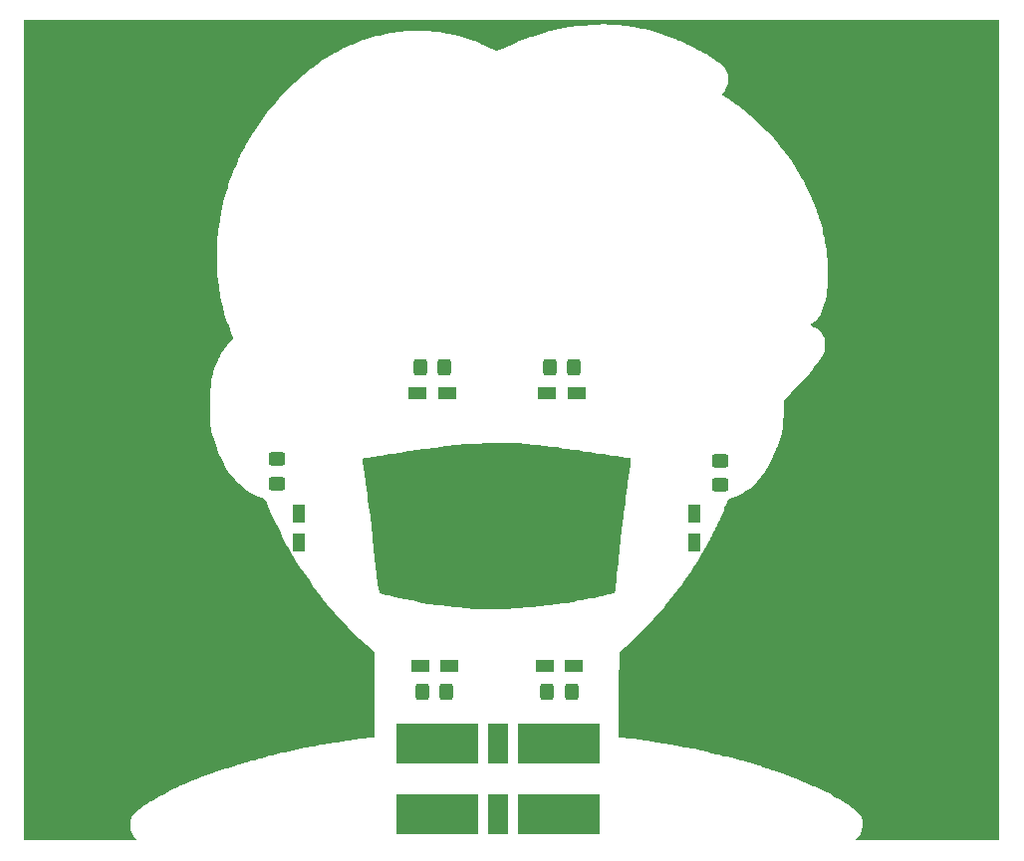
<source format=gbs>
G04 #@! TF.GenerationSoftware,KiCad,Pcbnew,6.0.10-86aedd382b~118~ubuntu22.04.1*
G04 #@! TF.CreationDate,2023-01-25T08:31:52-08:00*
G04 #@! TF.ProjectId,covid-dude,636f7669-642d-4647-9564-652e6b696361,rev?*
G04 #@! TF.SameCoordinates,Original*
G04 #@! TF.FileFunction,Soldermask,Bot*
G04 #@! TF.FilePolarity,Negative*
%FSLAX46Y46*%
G04 Gerber Fmt 4.6, Leading zero omitted, Abs format (unit mm)*
G04 Created by KiCad (PCBNEW 6.0.10-86aedd382b~118~ubuntu22.04.1) date 2023-01-25 08:31:52*
%MOMM*%
%LPD*%
G01*
G04 APERTURE LIST*
G04 Aperture macros list*
%AMRoundRect*
0 Rectangle with rounded corners*
0 $1 Rounding radius*
0 $2 $3 $4 $5 $6 $7 $8 $9 X,Y pos of 4 corners*
0 Add a 4 corners polygon primitive as box body*
4,1,4,$2,$3,$4,$5,$6,$7,$8,$9,$2,$3,0*
0 Add four circle primitives for the rounded corners*
1,1,$1+$1,$2,$3*
1,1,$1+$1,$4,$5*
1,1,$1+$1,$6,$7*
1,1,$1+$1,$8,$9*
0 Add four rect primitives between the rounded corners*
20,1,$1+$1,$2,$3,$4,$5,0*
20,1,$1+$1,$4,$5,$6,$7,0*
20,1,$1+$1,$6,$7,$8,$9,0*
20,1,$1+$1,$8,$9,$2,$3,0*%
G04 Aperture macros list end*
%ADD10R,1.000000X1.500000*%
%ADD11R,1.500000X1.000000*%
%ADD12RoundRect,0.250000X-0.450000X0.325000X-0.450000X-0.325000X0.450000X-0.325000X0.450000X0.325000X0*%
%ADD13R,6.908800X3.454400*%
%ADD14R,1.727200X3.454400*%
%ADD15RoundRect,0.250000X-0.325000X-0.450000X0.325000X-0.450000X0.325000X0.450000X-0.325000X0.450000X0*%
%ADD16RoundRect,0.250000X0.325000X0.450000X-0.325000X0.450000X-0.325000X-0.450000X0.325000X-0.450000X0*%
G04 APERTURE END LIST*
G04 #@! TO.C,G\u002A\u002A\u002A*
G36*
X141409354Y-134882667D02*
G01*
X129113390Y-134882667D01*
X129374618Y-134632923D01*
X129439850Y-134567880D01*
X129616081Y-134340353D01*
X129724159Y-134086456D01*
X129804565Y-133667930D01*
X129789679Y-133256500D01*
X129675466Y-132883105D01*
X129463843Y-132559001D01*
X129434130Y-132526203D01*
X129227066Y-132328415D01*
X128959784Y-132108039D01*
X128660555Y-131885327D01*
X128357652Y-131680533D01*
X128079345Y-131513908D01*
X127853905Y-131405705D01*
X127848182Y-131403501D01*
X127664337Y-131318525D01*
X127437876Y-131195034D01*
X127216470Y-131058957D01*
X126972878Y-130908200D01*
X126544660Y-130675375D01*
X126098660Y-130464931D01*
X125686664Y-130302474D01*
X125569324Y-130259065D01*
X125351214Y-130165878D01*
X125177532Y-130077049D01*
X125092832Y-130029684D01*
X124826747Y-129899552D01*
X124481590Y-129748483D01*
X124077902Y-129584437D01*
X123636224Y-129415373D01*
X123177094Y-129249249D01*
X122721053Y-129094025D01*
X122288642Y-128957658D01*
X122119172Y-128905710D01*
X121713563Y-128773033D01*
X121350538Y-128642770D01*
X121063834Y-128526789D01*
X121056082Y-128523400D01*
X120907521Y-128470033D01*
X120795020Y-128448000D01*
X120763234Y-128443791D01*
X120631907Y-128410428D01*
X120437580Y-128351022D01*
X120209582Y-128274276D01*
X120128909Y-128246589D01*
X119865112Y-128163250D01*
X119617885Y-128094472D01*
X119431849Y-128052956D01*
X119394849Y-128046282D01*
X119186099Y-128000370D01*
X118928097Y-127934704D01*
X118668152Y-127861167D01*
X118579649Y-127835175D01*
X118357255Y-127774639D01*
X118177969Y-127732424D01*
X118074165Y-127716417D01*
X118071143Y-127716364D01*
X117958098Y-127699021D01*
X117776801Y-127656673D01*
X117565034Y-127598098D01*
X117372413Y-127541125D01*
X117027158Y-127441421D01*
X116762987Y-127369443D01*
X116561763Y-127320360D01*
X116405346Y-127289342D01*
X116279263Y-127266365D01*
X116066306Y-127224444D01*
X115839644Y-127177375D01*
X115793046Y-127167424D01*
X115439104Y-127092976D01*
X115166059Y-127038440D01*
X114947536Y-126999023D01*
X114757160Y-126969933D01*
X114568559Y-126946375D01*
X114423219Y-126925438D01*
X114207665Y-126880669D01*
X114047102Y-126831284D01*
X114026336Y-126823169D01*
X113834482Y-126774532D01*
X113631506Y-126754667D01*
X113591216Y-126753867D01*
X113417843Y-126734692D01*
X113293495Y-126697960D01*
X113202624Y-126670616D01*
X113023139Y-126635432D01*
X112783057Y-126597838D01*
X112508844Y-126562407D01*
X112242283Y-126528622D01*
X112009769Y-126493814D01*
X111839997Y-126462521D01*
X111757862Y-126438839D01*
X111751849Y-126435659D01*
X111650552Y-126408289D01*
X111474996Y-126379229D01*
X111259261Y-126354261D01*
X111022185Y-126329341D01*
X110710786Y-126291160D01*
X110437194Y-126252385D01*
X110411633Y-126248467D01*
X110146593Y-126213826D01*
X109837551Y-126181137D01*
X109546214Y-126157004D01*
X109051225Y-126123644D01*
X109051355Y-123800378D01*
X109052323Y-123249814D01*
X109055139Y-122659720D01*
X109059569Y-122069608D01*
X109065382Y-121502058D01*
X109072345Y-120979652D01*
X109080226Y-120524971D01*
X109088794Y-120160597D01*
X109126102Y-118844083D01*
X109605131Y-118439041D01*
X109726956Y-118334200D01*
X109982793Y-118105063D01*
X110230573Y-117873182D01*
X110430388Y-117675485D01*
X110453219Y-117651846D01*
X110661453Y-117436394D01*
X110877999Y-117212555D01*
X111059466Y-117025185D01*
X111166170Y-116915001D01*
X111601242Y-116462841D01*
X111966366Y-116077783D01*
X112270466Y-115750110D01*
X112522465Y-115470105D01*
X112731285Y-115228048D01*
X112905848Y-115014222D01*
X113004330Y-114890276D01*
X113203988Y-114642055D01*
X113395483Y-114407378D01*
X113548130Y-114224000D01*
X113705509Y-114032823D01*
X113900764Y-113786166D01*
X114075867Y-113556279D01*
X114231536Y-113346196D01*
X114417131Y-113095825D01*
X114577967Y-112878946D01*
X114725659Y-112674570D01*
X114942365Y-112363431D01*
X115179461Y-112013909D01*
X115415675Y-111657783D01*
X115629733Y-111326831D01*
X115800363Y-111052833D01*
X115921828Y-110851899D01*
X116087875Y-110577746D01*
X116238631Y-110329334D01*
X116244314Y-110319939D01*
X116358433Y-110120233D01*
X116501893Y-109854082D01*
X116656919Y-109555098D01*
X116805741Y-109256889D01*
X116839327Y-109188103D01*
X116967740Y-108926512D01*
X117080219Y-108699469D01*
X117165645Y-108529329D01*
X117212897Y-108438445D01*
X117278673Y-108315226D01*
X117385884Y-108103967D01*
X117509729Y-107852674D01*
X117636657Y-107589495D01*
X117753118Y-107342580D01*
X117845563Y-107140078D01*
X117900441Y-107010138D01*
X117909239Y-106986632D01*
X117972476Y-106817041D01*
X118056130Y-106592036D01*
X118144548Y-106353706D01*
X118225907Y-106146290D01*
X118305097Y-105987086D01*
X118383026Y-105891382D01*
X118475184Y-105834871D01*
X118531886Y-105810486D01*
X118698409Y-105739070D01*
X118918994Y-105644611D01*
X119161377Y-105540930D01*
X119535613Y-105367495D01*
X119879891Y-105173366D01*
X120196129Y-104950434D01*
X120500520Y-104684506D01*
X120809254Y-104361384D01*
X121138525Y-103966875D01*
X121504526Y-103486783D01*
X121591566Y-103359178D01*
X121755469Y-103084239D01*
X121935694Y-102749493D01*
X122118211Y-102383462D01*
X122288995Y-102014670D01*
X122434016Y-101671638D01*
X122539247Y-101382889D01*
X122562027Y-101311851D01*
X122631702Y-101095471D01*
X122716674Y-100832388D01*
X122803437Y-100564445D01*
X122889189Y-100255222D01*
X122972066Y-99815534D01*
X123030371Y-99301599D01*
X123065418Y-98701169D01*
X123078522Y-98001992D01*
X123080624Y-97386873D01*
X123660468Y-96816659D01*
X123952147Y-96526052D01*
X124261437Y-96210543D01*
X124561931Y-95897235D01*
X124841702Y-95599006D01*
X125088824Y-95328734D01*
X125291367Y-95099295D01*
X125437405Y-94923567D01*
X125515011Y-94814427D01*
X125515882Y-94812849D01*
X125614609Y-94653754D01*
X125729878Y-94492158D01*
X125850500Y-94333793D01*
X126032503Y-94084640D01*
X126206661Y-93835800D01*
X126357777Y-93609632D01*
X126470657Y-93428494D01*
X126530104Y-93314745D01*
X126532987Y-93306640D01*
X126560715Y-93167686D01*
X126580215Y-92961333D01*
X126587421Y-92729103D01*
X126586834Y-92656031D01*
X126571037Y-92401697D01*
X126526198Y-92195182D01*
X126442252Y-91984889D01*
X126395601Y-91888018D01*
X126270576Y-91672536D01*
X126126490Y-91506999D01*
X125934120Y-91362272D01*
X125664244Y-91209219D01*
X125277149Y-91006259D01*
X125492023Y-90901975D01*
X125699343Y-90777051D01*
X125988717Y-90498086D01*
X126221644Y-90127284D01*
X126393716Y-89670667D01*
X126410728Y-89611057D01*
X126470346Y-89410519D01*
X126521961Y-89247334D01*
X126567472Y-89111893D01*
X126628834Y-88926798D01*
X126677368Y-88767296D01*
X126714582Y-88617999D01*
X126741984Y-88463522D01*
X126761083Y-88288478D01*
X126773388Y-88077480D01*
X126780407Y-87815143D01*
X126783649Y-87486078D01*
X126784623Y-87074900D01*
X126784837Y-86566222D01*
X126784859Y-86296710D01*
X126783767Y-85820000D01*
X126780659Y-85436568D01*
X126774951Y-85133226D01*
X126766059Y-84896782D01*
X126753399Y-84714047D01*
X126736387Y-84571832D01*
X126714440Y-84456947D01*
X126686971Y-84356202D01*
X126648513Y-84218511D01*
X126604935Y-84015011D01*
X126587974Y-83863455D01*
X126587510Y-83843554D01*
X126561465Y-83664423D01*
X126507774Y-83477031D01*
X126486616Y-83414681D01*
X126431938Y-83201256D01*
X126394347Y-82982000D01*
X126360182Y-82796200D01*
X126295559Y-82548116D01*
X126216458Y-82304667D01*
X126136706Y-82079040D01*
X126066170Y-81865850D01*
X126020391Y-81712000D01*
X125992608Y-81616365D01*
X125925449Y-81414480D01*
X125847859Y-81204000D01*
X125802624Y-81087049D01*
X125707024Y-80835395D01*
X125623804Y-80611334D01*
X125570364Y-80479707D01*
X125459993Y-80236512D01*
X125312698Y-79929791D01*
X125138703Y-79579367D01*
X124948233Y-79205066D01*
X124751511Y-78826713D01*
X124558760Y-78464132D01*
X124380205Y-78137148D01*
X124226069Y-77865587D01*
X124106576Y-77669272D01*
X124032826Y-77556186D01*
X123758008Y-77145433D01*
X123490815Y-76766379D01*
X123203491Y-76380472D01*
X122868285Y-75949161D01*
X122750849Y-75799748D01*
X122569313Y-75567255D01*
X122410138Y-75361855D01*
X122224454Y-75138924D01*
X121969511Y-74859795D01*
X121663542Y-74542607D01*
X121322485Y-74202516D01*
X120962278Y-73854678D01*
X120598861Y-73514249D01*
X120248171Y-73196386D01*
X119926147Y-72916245D01*
X119648727Y-72688980D01*
X119431849Y-72529750D01*
X119372960Y-72490431D01*
X119200686Y-72372860D01*
X119064143Y-72276378D01*
X118927280Y-72180658D01*
X118693875Y-72023382D01*
X118366862Y-71806640D01*
X117947152Y-71531040D01*
X117763568Y-71410889D01*
X117906725Y-71305949D01*
X118077681Y-71120224D01*
X118221069Y-70834053D01*
X118326724Y-70462896D01*
X118366370Y-70114312D01*
X118321102Y-69750399D01*
X118176460Y-69378889D01*
X118014921Y-69101283D01*
X117832879Y-68889706D01*
X117621604Y-68744469D01*
X117593631Y-68729134D01*
X117449732Y-68638898D01*
X117259336Y-68508812D01*
X117055902Y-68361527D01*
X117042494Y-68351581D01*
X116787405Y-68177004D01*
X116500260Y-68001013D01*
X116240692Y-67860275D01*
X116234933Y-67857445D01*
X115980691Y-67727375D01*
X115716224Y-67584183D01*
X115497880Y-67458358D01*
X115331638Y-67361238D01*
X115197059Y-67289592D01*
X115128794Y-67262222D01*
X115123237Y-67261442D01*
X115039903Y-67229273D01*
X114889675Y-67159351D01*
X114700701Y-67064667D01*
X114670330Y-67049101D01*
X114479835Y-66956772D01*
X114327680Y-66891569D01*
X114244463Y-66866764D01*
X114240379Y-66866620D01*
X114138362Y-66837901D01*
X114001114Y-66774510D01*
X113998941Y-66773340D01*
X113855646Y-66707654D01*
X113629625Y-66616990D01*
X113345405Y-66510331D01*
X113027519Y-66396658D01*
X112700496Y-66284952D01*
X112388865Y-66184196D01*
X112212011Y-66128732D01*
X111930466Y-66039691D01*
X111681738Y-65960272D01*
X111520085Y-65913335D01*
X111322060Y-65868443D01*
X111181313Y-65851100D01*
X111111756Y-65846500D01*
X110929272Y-65817043D01*
X110728751Y-65769348D01*
X110652915Y-65750351D01*
X110427312Y-65705670D01*
X110152400Y-65661834D01*
X109871493Y-65626084D01*
X109760929Y-65613922D01*
X109451429Y-65578730D01*
X109150373Y-65543117D01*
X108909800Y-65513191D01*
X108751139Y-65495749D01*
X108315822Y-65469981D01*
X107809257Y-65464202D01*
X107251918Y-65476756D01*
X106664280Y-65505987D01*
X106066819Y-65550238D01*
X105480008Y-65607853D01*
X104924324Y-65677175D01*
X104420240Y-65756548D01*
X103988233Y-65844315D01*
X103648775Y-65938820D01*
X103561710Y-65964927D01*
X103338726Y-66016182D01*
X103111359Y-66053173D01*
X102912702Y-66090429D01*
X102652927Y-66160566D01*
X102404232Y-66245954D01*
X102182037Y-66328254D01*
X101893692Y-66425583D01*
X101640535Y-66501968D01*
X101473589Y-66551672D01*
X101166412Y-66656699D01*
X100845645Y-66779210D01*
X100552154Y-66903305D01*
X100326808Y-67013083D01*
X100302701Y-67025658D01*
X100167449Y-67090341D01*
X99959405Y-67185373D01*
X99702188Y-67300065D01*
X99419418Y-67423727D01*
X98666066Y-67749986D01*
X97897735Y-67379104D01*
X97753393Y-67309496D01*
X97448416Y-67163341D01*
X97214406Y-67053411D01*
X97029424Y-66969982D01*
X96871526Y-66903329D01*
X96718772Y-66843729D01*
X96549221Y-66781457D01*
X96265424Y-66681420D01*
X95966140Y-66584638D01*
X95713257Y-66515789D01*
X95474388Y-66465348D01*
X95371779Y-66445384D01*
X95112665Y-66388192D01*
X94880401Y-66329265D01*
X94877210Y-66328378D01*
X94708208Y-66288533D01*
X94460869Y-66238884D01*
X94167933Y-66185672D01*
X93862138Y-66135139D01*
X93787397Y-66124054D01*
X93386329Y-66079208D01*
X92919210Y-66046047D01*
X92411530Y-66024784D01*
X91888776Y-66015630D01*
X91376438Y-66018797D01*
X90900002Y-66034498D01*
X90484958Y-66062943D01*
X90156793Y-66104345D01*
X89893648Y-66150810D01*
X89554702Y-66214443D01*
X89307556Y-66266996D01*
X89139725Y-66311211D01*
X89038724Y-66349830D01*
X88976812Y-66371816D01*
X88818541Y-66406959D01*
X88624466Y-66435464D01*
X88409377Y-66472649D01*
X88144443Y-66537128D01*
X87889054Y-66614650D01*
X87873988Y-66619805D01*
X87637713Y-66698087D01*
X87415507Y-66767643D01*
X87253648Y-66813957D01*
X87136185Y-66851089D01*
X86927794Y-66933038D01*
X86716232Y-67030248D01*
X86561543Y-67104742D01*
X86379646Y-67185305D01*
X86253452Y-67233007D01*
X86132338Y-67278082D01*
X85934365Y-67364924D01*
X85688642Y-67480454D01*
X85416648Y-67613779D01*
X85139862Y-67754001D01*
X84879762Y-67890225D01*
X84657826Y-68011556D01*
X84495533Y-68107097D01*
X84414361Y-68165953D01*
X84329999Y-68239729D01*
X84242125Y-68278222D01*
X84169152Y-68306704D01*
X84033922Y-68387119D01*
X83869044Y-68501257D01*
X83746266Y-68592105D01*
X83398618Y-68852992D01*
X83057280Y-69113959D01*
X82743588Y-69358438D01*
X82478878Y-69569863D01*
X82284486Y-69731667D01*
X82144815Y-69847200D01*
X82023394Y-69937121D01*
X81958779Y-69971556D01*
X81930614Y-69988572D01*
X81831719Y-70072413D01*
X81677800Y-70213707D01*
X81483248Y-70398355D01*
X81262454Y-70612262D01*
X81029810Y-70841329D01*
X80799706Y-71071460D01*
X80586534Y-71288557D01*
X80404685Y-71478523D01*
X80268549Y-71627260D01*
X80156690Y-71761180D01*
X80027376Y-71932832D01*
X79943442Y-72064705D01*
X79937945Y-72075137D01*
X79867246Y-72184386D01*
X79813153Y-72229333D01*
X79766027Y-72264364D01*
X79661885Y-72372085D01*
X79517598Y-72535113D01*
X79348405Y-72735729D01*
X79169548Y-72956220D01*
X78996268Y-73178869D01*
X78930780Y-73268546D01*
X78798459Y-73457769D01*
X78634879Y-73697270D01*
X78457548Y-73960959D01*
X78283975Y-74222749D01*
X78131670Y-74456550D01*
X78018140Y-74636277D01*
X78007811Y-74652987D01*
X77915354Y-74797969D01*
X77788012Y-74992986D01*
X77650117Y-75200721D01*
X77627451Y-75235551D01*
X77525866Y-75405412D01*
X77398880Y-75632575D01*
X77256465Y-75897504D01*
X77108597Y-76180663D01*
X76965248Y-76462514D01*
X76836393Y-76723522D01*
X76732005Y-76944150D01*
X76662058Y-77104861D01*
X76636526Y-77186120D01*
X76629584Y-77210523D01*
X76583264Y-77320529D01*
X76503025Y-77493369D01*
X76400140Y-77704332D01*
X76360233Y-77786417D01*
X76246612Y-78040444D01*
X76151785Y-78280510D01*
X76093050Y-78463831D01*
X76092011Y-78468000D01*
X76036113Y-78669494D01*
X75958527Y-78922040D01*
X75875716Y-79172000D01*
X75808960Y-79365087D01*
X75676571Y-79752066D01*
X75573881Y-80061404D01*
X75495040Y-80313216D01*
X75434198Y-80527620D01*
X75385502Y-80724733D01*
X75343104Y-80924673D01*
X75301151Y-81147556D01*
X75278327Y-81278367D01*
X75228317Y-81587801D01*
X75177089Y-81928754D01*
X75132754Y-82248222D01*
X75107404Y-82435446D01*
X75065052Y-82728319D01*
X75024266Y-82989797D01*
X74991176Y-83179556D01*
X74965650Y-83372344D01*
X74943517Y-83656609D01*
X74925148Y-84010875D01*
X74910907Y-84413715D01*
X74901156Y-84843702D01*
X74896257Y-85279409D01*
X74896573Y-85699408D01*
X74902467Y-86082273D01*
X74914300Y-86406576D01*
X74932437Y-86650889D01*
X74934116Y-86666354D01*
X74996297Y-87231235D01*
X75049040Y-87692956D01*
X75093537Y-88060523D01*
X75130981Y-88342938D01*
X75162563Y-88549204D01*
X75189475Y-88688326D01*
X75212909Y-88769307D01*
X75232487Y-88827493D01*
X75278277Y-88993207D01*
X75334101Y-89218889D01*
X75391966Y-89473111D01*
X75423555Y-89613813D01*
X75488984Y-89884739D01*
X75552202Y-90123777D01*
X75603055Y-90291556D01*
X75621999Y-90345469D01*
X75699693Y-90559315D01*
X75799013Y-90825615D01*
X75909838Y-91117973D01*
X76022045Y-91409989D01*
X76125514Y-91675267D01*
X76210125Y-91887407D01*
X76265755Y-92020013D01*
X76267967Y-92024943D01*
X76313252Y-92145305D01*
X76296245Y-92211924D01*
X76206075Y-92270409D01*
X76094555Y-92351841D01*
X75919889Y-92532394D01*
X75726194Y-92779505D01*
X75530223Y-93073275D01*
X75442180Y-93214749D01*
X75296632Y-93445711D01*
X75156160Y-93665942D01*
X75090444Y-93779926D01*
X74964268Y-94046393D01*
X74830804Y-94376630D01*
X74700897Y-94741263D01*
X74585393Y-95110919D01*
X74495137Y-95456222D01*
X74449365Y-95672836D01*
X74404371Y-95942115D01*
X74370341Y-96232980D01*
X74345996Y-96563674D01*
X74330056Y-96952438D01*
X74321240Y-97417515D01*
X74318270Y-97977146D01*
X74318785Y-98283136D01*
X74324575Y-98779135D01*
X74338197Y-99189232D01*
X74361476Y-99530948D01*
X74396237Y-99821806D01*
X74444304Y-100079326D01*
X74507500Y-100321032D01*
X74587651Y-100564445D01*
X74641352Y-100722284D01*
X74725336Y-100988390D01*
X74799141Y-101241778D01*
X74831392Y-101356600D01*
X74881483Y-101519481D01*
X74938637Y-101679866D01*
X75011480Y-101858487D01*
X75108637Y-102076079D01*
X75238735Y-102353376D01*
X75410397Y-102711112D01*
X75625624Y-103123973D01*
X75852621Y-103481551D01*
X76109754Y-103808746D01*
X76435298Y-104174735D01*
X76775045Y-104532080D01*
X77084612Y-104831855D01*
X77346678Y-105056585D01*
X77442929Y-105127512D01*
X77740047Y-105315282D01*
X78078982Y-105496897D01*
X78416767Y-105650387D01*
X78710429Y-105753786D01*
X78726869Y-105758344D01*
X78895871Y-105813161D01*
X79000975Y-105880714D01*
X79074768Y-105992663D01*
X79149840Y-106180667D01*
X79351264Y-106694471D01*
X79605412Y-107274614D01*
X79916928Y-107930445D01*
X80044500Y-108191876D01*
X80217679Y-108549224D01*
X80387266Y-108901435D01*
X80530057Y-109200445D01*
X80625622Y-109395494D01*
X80767728Y-109667763D01*
X80902939Y-109908992D01*
X81011611Y-110083174D01*
X81100167Y-110216991D01*
X81217349Y-110410236D01*
X81298140Y-110562951D01*
X81396884Y-110762408D01*
X81637146Y-111170154D01*
X81946154Y-111620590D01*
X82054195Y-111770421D01*
X82271231Y-112077780D01*
X82513899Y-112427513D01*
X82759584Y-112786929D01*
X82985670Y-113123334D01*
X83080546Y-113261604D01*
X83364583Y-113642513D01*
X83731621Y-114097743D01*
X83757590Y-114129301D01*
X83909071Y-114319141D01*
X84086650Y-114548403D01*
X84257121Y-114774334D01*
X84323990Y-114862907D01*
X84455185Y-115027313D01*
X84556010Y-115141062D01*
X84608763Y-115183556D01*
X84614092Y-115185395D01*
X84678342Y-115242954D01*
X84795346Y-115369151D01*
X84950418Y-115547649D01*
X85128872Y-115762111D01*
X85167377Y-115808957D01*
X85545638Y-116242700D01*
X85996472Y-116720168D01*
X86501524Y-117223023D01*
X87042440Y-117732931D01*
X87600866Y-118231556D01*
X88283845Y-118824222D01*
X88286912Y-122473933D01*
X88289978Y-126123644D01*
X87794989Y-126156418D01*
X87763519Y-126158575D01*
X87466857Y-126184163D01*
X87159781Y-126218096D01*
X86904009Y-126253640D01*
X86698480Y-126286009D01*
X86413492Y-126328449D01*
X86168597Y-126362469D01*
X86020825Y-126384472D01*
X85804431Y-126424903D01*
X85642813Y-126464647D01*
X85587704Y-126478443D01*
X85407540Y-126508925D01*
X85168587Y-126538020D01*
X84907401Y-126560941D01*
X84787066Y-126570738D01*
X84521691Y-126600946D01*
X84290161Y-126638072D01*
X84132072Y-126676230D01*
X84095350Y-126688039D01*
X83903813Y-126734570D01*
X83741053Y-126753845D01*
X83673299Y-126758334D01*
X83489373Y-126787617D01*
X83288491Y-126834998D01*
X83218794Y-126853606D01*
X82876858Y-126929611D01*
X82432304Y-127009164D01*
X81893416Y-127090747D01*
X81765837Y-127111774D01*
X81585376Y-127152046D01*
X81469140Y-127191463D01*
X81450274Y-127200310D01*
X81308635Y-127246671D01*
X81133853Y-127284491D01*
X80989217Y-127310184D01*
X80700874Y-127369363D01*
X80392138Y-127440009D01*
X80106964Y-127511869D01*
X79889310Y-127574696D01*
X79839941Y-127589738D01*
X79618552Y-127644283D01*
X79396472Y-127684292D01*
X79338204Y-127693875D01*
X79131807Y-127739789D01*
X78877055Y-127807699D01*
X78616027Y-127886692D01*
X78496056Y-127924356D01*
X78266044Y-127990313D01*
X78079196Y-128035882D01*
X77967419Y-128052889D01*
X77936801Y-128055530D01*
X77793724Y-128087237D01*
X77590939Y-128147260D01*
X77361896Y-128226034D01*
X77289770Y-128252239D01*
X77050210Y-128335207D01*
X76838326Y-128403034D01*
X76693096Y-128443072D01*
X76669608Y-128448703D01*
X76520171Y-128490742D01*
X76296577Y-128559024D01*
X76024947Y-128645436D01*
X75731403Y-128741860D01*
X75667056Y-128763253D01*
X75365939Y-128861295D01*
X75085002Y-128949706D01*
X74853201Y-129019511D01*
X74699488Y-129061734D01*
X74635982Y-129078741D01*
X74412584Y-129156282D01*
X74219298Y-129245506D01*
X74138196Y-129286423D01*
X73925116Y-129373258D01*
X73705263Y-129442802D01*
X73636729Y-129461375D01*
X73475086Y-129512053D01*
X73292938Y-129580202D01*
X73070143Y-129674136D01*
X72786561Y-129802173D01*
X72422049Y-129972628D01*
X72253269Y-130048712D01*
X72033386Y-130139239D01*
X71859802Y-130201475D01*
X71782930Y-130228014D01*
X71559303Y-130320782D01*
X71280478Y-130450139D01*
X70975173Y-130601616D01*
X70672102Y-130760745D01*
X70399982Y-130913056D01*
X70187528Y-131044081D01*
X70041856Y-131135934D01*
X69788158Y-131280262D01*
X69555500Y-131397022D01*
X69487347Y-131429421D01*
X69209453Y-131582566D01*
X68892389Y-131781594D01*
X68570613Y-132003084D01*
X68278583Y-132223615D01*
X68050756Y-132419769D01*
X67835419Y-132655989D01*
X67675282Y-132928063D01*
X67590639Y-133236941D01*
X67568417Y-133615013D01*
X67572242Y-133772061D01*
X67592819Y-133996231D01*
X67638582Y-134176882D01*
X67718510Y-134358488D01*
X67781145Y-134468871D01*
X67905149Y-134643047D01*
X68021440Y-134761625D01*
X68179288Y-134879090D01*
X63356682Y-134880879D01*
X58534076Y-134882667D01*
X58534076Y-65117334D01*
X141409354Y-65117334D01*
X141409354Y-134882667D01*
G37*
G36*
X99929127Y-101074454D02*
G01*
X100365971Y-101084616D01*
X100724572Y-101102548D01*
X100989978Y-101128760D01*
X101079428Y-101140777D01*
X101338928Y-101171560D01*
X101663309Y-101206291D01*
X102019880Y-101241544D01*
X102375947Y-101273896D01*
X102534175Y-101288093D01*
X102899259Y-101324400D01*
X103252796Y-101363876D01*
X103561030Y-101402634D01*
X103790201Y-101436784D01*
X103824442Y-101442649D01*
X104104614Y-101490698D01*
X104385293Y-101538916D01*
X104610468Y-101577684D01*
X104746916Y-101597883D01*
X105020967Y-101625564D01*
X105266177Y-101636562D01*
X105373792Y-101640540D01*
X105631913Y-101670781D01*
X105860163Y-101720945D01*
X105942826Y-101743500D01*
X106168523Y-101787978D01*
X106364143Y-101806222D01*
X106417862Y-101808255D01*
X106634698Y-101836049D01*
X106848899Y-101885727D01*
X106857153Y-101888181D01*
X107049397Y-101932215D01*
X107299667Y-101973394D01*
X107556026Y-102003097D01*
X107565801Y-102003961D01*
X107827402Y-102034697D01*
X108084816Y-102076919D01*
X108283653Y-102121758D01*
X108357616Y-102140582D01*
X108607912Y-102183993D01*
X108842792Y-102201334D01*
X108918674Y-102203035D01*
X109141269Y-102222146D01*
X109327513Y-102255658D01*
X109379125Y-102268440D01*
X109586772Y-102310492D01*
X109801669Y-102343916D01*
X110071266Y-102377850D01*
X110037195Y-102924592D01*
X110029362Y-103032582D01*
X110000333Y-103313811D01*
X109962897Y-103571995D01*
X109923166Y-103762243D01*
X109901860Y-103850062D01*
X109859888Y-104103347D01*
X109843208Y-104337124D01*
X109840781Y-104427095D01*
X109821300Y-104621798D01*
X109788684Y-104764185D01*
X109785376Y-104773867D01*
X109759384Y-104897193D01*
X109729380Y-105102971D01*
X109698819Y-105364945D01*
X109671159Y-105656859D01*
X109670209Y-105668085D01*
X109639397Y-105981303D01*
X109602318Y-106283769D01*
X109563555Y-106541520D01*
X109527687Y-106720592D01*
X109500115Y-106842548D01*
X109462121Y-107075879D01*
X109447216Y-107270115D01*
X109446777Y-107301559D01*
X109428449Y-107527050D01*
X109391522Y-107746190D01*
X109372009Y-107857956D01*
X109343848Y-108071201D01*
X109311938Y-108353336D01*
X109278895Y-108681070D01*
X109247331Y-109031111D01*
X109207977Y-109478922D01*
X109162697Y-109958539D01*
X109117581Y-110402545D01*
X109074331Y-110795549D01*
X109034647Y-111122164D01*
X109000232Y-111366999D01*
X108972786Y-111514667D01*
X108967810Y-111539517D01*
X108949465Y-111678342D01*
X108927253Y-111896801D01*
X108903535Y-112170294D01*
X108880672Y-112474222D01*
X108874727Y-112555742D01*
X108846700Y-112874363D01*
X108813796Y-113170066D01*
X108779635Y-113412914D01*
X108747836Y-113572968D01*
X108671977Y-113853270D01*
X108196902Y-113949987D01*
X108161429Y-113957279D01*
X107888903Y-114016990D01*
X107620880Y-114081026D01*
X107410691Y-114136720D01*
X107233659Y-114181794D01*
X106964006Y-114237980D01*
X106703564Y-114281147D01*
X106534082Y-114305315D01*
X106352848Y-114334412D01*
X106165280Y-114369338D01*
X105945471Y-114415280D01*
X105667513Y-114477422D01*
X105305500Y-114560948D01*
X105248580Y-114573702D01*
X104969818Y-114625482D01*
X104696348Y-114661836D01*
X104480081Y-114675556D01*
X104350578Y-114680385D01*
X104096917Y-114709314D01*
X103880793Y-114755675D01*
X103771624Y-114781454D01*
X103545269Y-114818286D01*
X103269250Y-114850821D01*
X102980822Y-114874155D01*
X102773847Y-114888673D01*
X102501228Y-114913483D01*
X102272161Y-114940633D01*
X102121381Y-114966395D01*
X102060343Y-114978594D01*
X101849696Y-115007972D01*
X101542531Y-115040260D01*
X101150200Y-115074507D01*
X100684053Y-115109762D01*
X100155444Y-115145075D01*
X99575724Y-115179497D01*
X99548691Y-115180955D01*
X99264730Y-115191705D01*
X98921085Y-115198307D01*
X98535037Y-115201051D01*
X98123869Y-115200231D01*
X97704861Y-115196135D01*
X97295297Y-115189057D01*
X96912457Y-115179287D01*
X96573623Y-115167117D01*
X96296078Y-115152838D01*
X96097103Y-115136741D01*
X95993979Y-115119118D01*
X95882332Y-115095753D01*
X95693039Y-115077613D01*
X95474388Y-115070667D01*
X95270836Y-115063675D01*
X95068930Y-115042890D01*
X94934108Y-115013136D01*
X94826946Y-114987603D01*
X94631025Y-114957355D01*
X94377868Y-114927371D01*
X94096016Y-114901453D01*
X93723304Y-114867114D01*
X92845500Y-114747533D01*
X92023608Y-114581096D01*
X91844367Y-114539712D01*
X91587100Y-114484884D01*
X91373052Y-114444060D01*
X90976297Y-114370359D01*
X90381719Y-114244017D01*
X89732517Y-114090265D01*
X89582058Y-114053210D01*
X89321419Y-113990139D01*
X89097866Y-113937370D01*
X88947712Y-113903542D01*
X88832804Y-113873454D01*
X88750221Y-113821116D01*
X88691705Y-113720074D01*
X88630889Y-113540080D01*
X88593655Y-113382277D01*
X88552398Y-113128152D01*
X88517133Y-112829892D01*
X88492831Y-112524080D01*
X88473840Y-112249961D01*
X88447821Y-111966181D01*
X88419563Y-111728839D01*
X88392556Y-111571111D01*
X88377951Y-111499678D01*
X88345389Y-111289601D01*
X88313510Y-111027109D01*
X88287508Y-110752667D01*
X88280449Y-110666694D01*
X88250365Y-110330624D01*
X88216004Y-109980728D01*
X88183498Y-109680222D01*
X88161258Y-109478992D01*
X88127836Y-109154068D01*
X88093587Y-108800787D01*
X88063222Y-108466667D01*
X88061984Y-108452449D01*
X88014596Y-107935035D01*
X87970917Y-107516406D01*
X87929248Y-107182928D01*
X87887891Y-106920967D01*
X87845145Y-106716889D01*
X87814900Y-106561456D01*
X87774799Y-106296995D01*
X87727816Y-105940731D01*
X87675284Y-105503328D01*
X87618537Y-104995445D01*
X87558906Y-104427747D01*
X87558067Y-104419595D01*
X87532475Y-104213870D01*
X87504439Y-104051688D01*
X87479879Y-103967527D01*
X87465335Y-103912143D01*
X87440728Y-103767361D01*
X87410696Y-103559821D01*
X87378288Y-103314455D01*
X87346552Y-103056195D01*
X87318538Y-102809973D01*
X87297295Y-102600721D01*
X87285871Y-102453371D01*
X87287315Y-102392855D01*
X87298630Y-102388518D01*
X87395920Y-102368771D01*
X87571756Y-102339756D01*
X87801751Y-102305073D01*
X88061520Y-102268325D01*
X88326675Y-102233111D01*
X88572829Y-102203032D01*
X88588507Y-102201202D01*
X88815969Y-102169402D01*
X89013015Y-102133189D01*
X89138530Y-102100047D01*
X89161097Y-102092612D01*
X89306288Y-102061384D01*
X89517190Y-102029908D01*
X89756439Y-102003994D01*
X89814185Y-101998636D01*
X90057476Y-101970519D01*
X90268518Y-101938095D01*
X90406995Y-101907354D01*
X90522099Y-101878381D01*
X90725583Y-101839639D01*
X90948775Y-101806572D01*
X91113153Y-101784978D01*
X91412053Y-101742547D01*
X91684187Y-101700691D01*
X91784889Y-101685214D01*
X92045508Y-101649341D01*
X92348143Y-101611554D01*
X92645880Y-101577846D01*
X92841561Y-101556644D01*
X93240554Y-101509319D01*
X93560648Y-101463945D01*
X93825842Y-101416904D01*
X94060134Y-101364576D01*
X94236292Y-101330019D01*
X94546929Y-101288285D01*
X94943803Y-101248725D01*
X95411961Y-101211848D01*
X95936450Y-101178162D01*
X96502318Y-101148175D01*
X97094612Y-101122398D01*
X97698379Y-101101339D01*
X98298667Y-101085506D01*
X98880522Y-101075408D01*
X99428993Y-101071555D01*
X99929127Y-101074454D01*
G37*
G04 #@! TD*
D10*
G04 #@! TO.C,D6*
X81900000Y-107050000D03*
X81900000Y-109550000D03*
G04 #@! TD*
D11*
G04 #@! TO.C,D2*
X105450000Y-96800000D03*
X102950000Y-96800000D03*
G04 #@! TD*
D12*
G04 #@! TO.C,R6*
X80000000Y-102450000D03*
X80000000Y-104500000D03*
G04 #@! TD*
D10*
G04 #@! TO.C,D5*
X115500000Y-109550000D03*
X115500000Y-107050000D03*
G04 #@! TD*
D13*
G04 #@! TO.C,X1*
X103930800Y-126622800D03*
X103930800Y-132617200D03*
D14*
X98800000Y-126622800D03*
X98800000Y-132617200D03*
D13*
X93669200Y-126622800D03*
X93669200Y-132617200D03*
G04 #@! TD*
D15*
G04 #@! TO.C,R3*
X102975000Y-122200000D03*
X105025000Y-122200000D03*
G04 #@! TD*
D11*
G04 #@! TO.C,D4*
X92150000Y-120000000D03*
X94650000Y-120000000D03*
G04 #@! TD*
G04 #@! TO.C,D1*
X94450000Y-96800000D03*
X91950000Y-96800000D03*
G04 #@! TD*
D16*
G04 #@! TO.C,R1*
X94225000Y-94600000D03*
X92175000Y-94600000D03*
G04 #@! TD*
D12*
G04 #@! TO.C,R5*
X117700000Y-102575000D03*
X117700000Y-104625000D03*
G04 #@! TD*
D15*
G04 #@! TO.C,R4*
X92375000Y-122200000D03*
X94425000Y-122200000D03*
G04 #@! TD*
D16*
G04 #@! TO.C,R2*
X105225000Y-94600000D03*
X103175000Y-94600000D03*
G04 #@! TD*
D11*
G04 #@! TO.C,D3*
X102750000Y-120000000D03*
X105250000Y-120000000D03*
G04 #@! TD*
M02*

</source>
